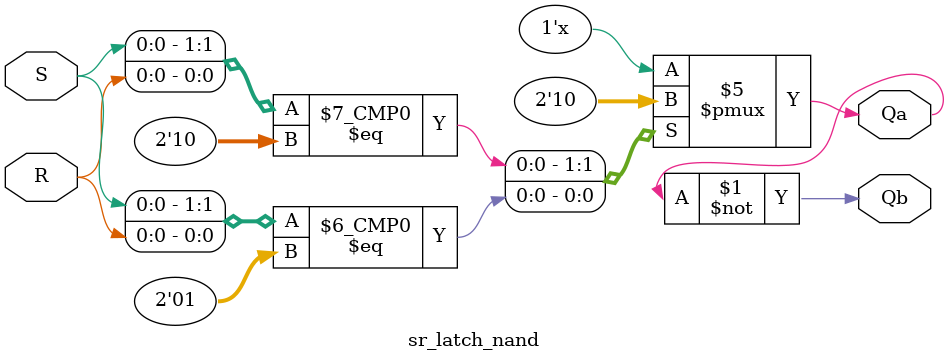
<source format=v>

`timescale 1ns/1ps

module sr_latch_nor (
    input  wire S,   // Set  (ativo em 1)
    input  wire R,   // Reset(ativo em 1)
    output reg  Qa,  // Saída principal
    output wire Qb   // Saída complementar
);

    // Complemento de Qa
    assign Qb = ~Qa;

    // Estado inicial pedido no enunciado: Qa = 0
    initial begin
        Qa = 1'b0;
    end

    // Tabela de funcionamento:
    // S R | Próximo Qa
    // 0 0 -> mantém (latch/memória)
    // 1 0 -> 1 (SET)
    // 0 1 -> 0 (RESET)
    // 1 1 -> x (condição proibida)
    always @* begin
        case ({S, R})
            2'b00: Qa = Qa;      // memória
            2'b10: Qa = 1'b1;    // SET
            2'b01: Qa = 1'b0;    // RESET
            2'b11: Qa = 1'bx;    // proibido (S=R=1)
            default: Qa = 1'bx;
        endcase
    end

endmodule


//====================================================
// Latch SR "equivalente" com NAND
// Interface externa continua ativa em nível ALTO,
// mas internamente S/R são invertidos para um
// latch SR típico com NAND (entradas ativas em 0).
//====================================================
module sr_latch_nand (
    input  wire S,   // Set  (ativo em 1 - interface externa)
    input  wire R,   // Reset(ativo em 1 - interface externa)
    output reg  Qa,  // Saída principal
    output wire Qb   // Saída complementar
);

    assign Qb = ~Qa;

    // Mesmo estado inicial do enunciado
    initial begin
        Qa = 1'b0;
    end

    // Aqui eu já uso diretamente a "versão equivalente"
    // do latch NAND, mas com entradas ativas em 1:
    //
    // S R | Próximo Qa
    // 0 0 -> mantém (latch/memória)
    // 1 0 -> 1 (SET)
    // 0 1 -> 0 (RESET)
    // 1 1 -> x (proibido)
    //
    // Ou seja: mesma tabela do NOR, o que facilita comparar
    // as duas formas de onda.
    always @* begin
        case ({S, R})
            2'b00: Qa = Qa;      // memória
            2'b10: Qa = 1'b1;    // SET
            2'b01: Qa = 1'b0;    // RESET
            2'b11: Qa = 1'bx;    // proibido
            default: Qa = 1'bx;
        endcase
    end

endmodule

</source>
